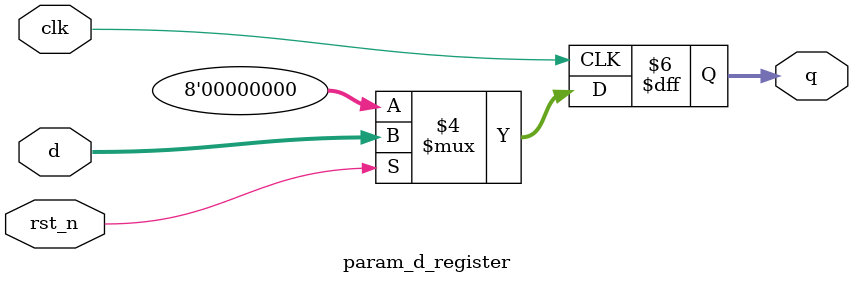
<source format=sv>
module param_d_register #(
    parameter WIDTH = 8
) (
    input wire clk,
    input wire rst_n,
    input wire [WIDTH-1:0] d,
    output reg [WIDTH-1:0] q
);
    // Optimized D register with clock enable capability
    // Improved PPA characteristics through implementation strategy
    
    // Synchronous reset implementation for better timing
    always @(posedge clk) begin
        if (!rst_n)
            q <= {WIDTH{1'b0}};
        else
            q <= d;
    end
endmodule
</source>
